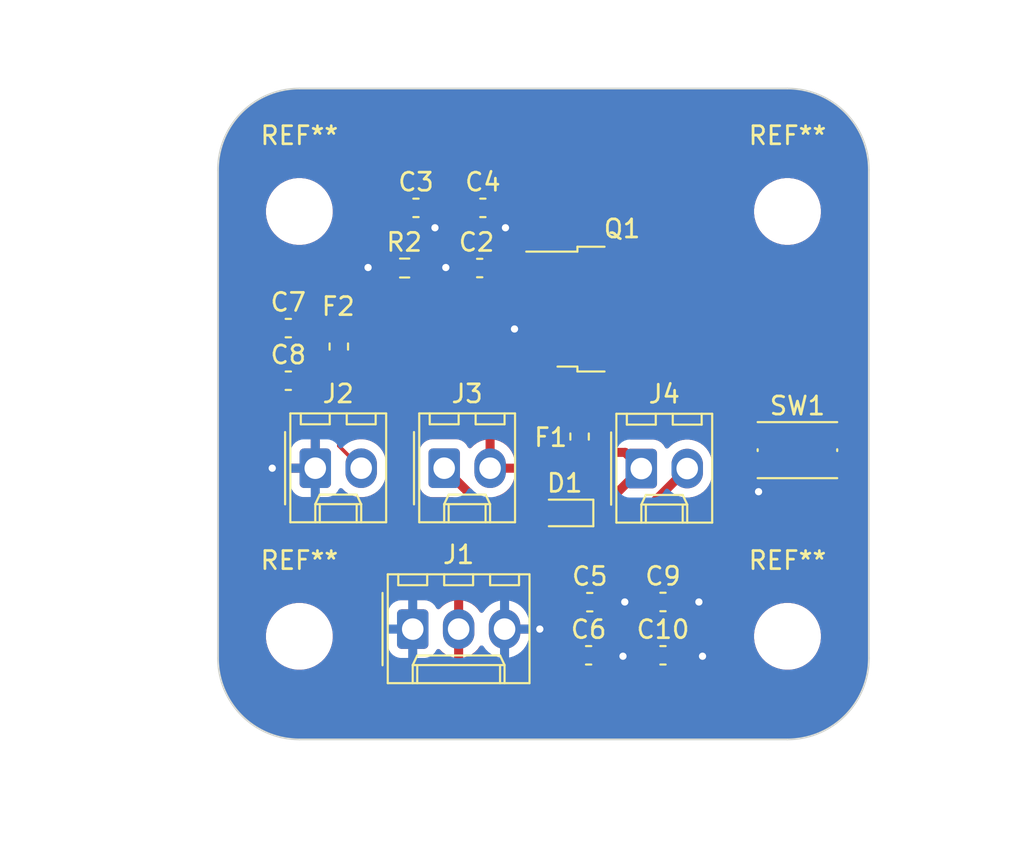
<source format=kicad_pcb>
(kicad_pcb (version 20240108) (generator "pcbnew") (generator_version "8.0")
  (title_block (title "Horns Board") (date "2025-09-18") (rev "1.0") (company "Illini Solar Car") (comment 1 "Designed By: Nathan Wang"))
  (layers (0 "F.Cu" signal) (31 "B.Cu" signal) (34 "B.Paste" user) (35 "F.Paste" user) (36 "B.SilkS" user "B.Silkscreen") (37 "F.SilkS" user "F.Silkscreen") (38 "B.Mask" user) (39 "F.Mask" user) (44 "Edge.Cuts" user))
  (net 0 "")
  (net 1 "+24V")
  (net 2 "GND")
  (net 3 "/HORN_IN")
  (net 4 "Net-(Q1-D)")
  (net 5 "Net-(F2-Pad1)")
  (net 6 "/HORN_CTRL")
  (net 7 "Net-(J3-Pin_1)")
  (footprint "Capacitor_SMD:C_0603_1608Metric_Pad1.08x0.95mm_HandSolder" (layer "F.Cu") (at 178.9125 138.4)
    (property "Reference" "C9" (at 0 -1.43 0) (layer "F.SilkS"))
    (property "Value" "10μF")
    (fp_line (start -0.146267 -0.51) (end 0.146267 -0.51) (stroke (width 0.12)) (layer "F.SilkS"))
    (fp_line (start -0.146267 0.51) (end 0.146267 0.51) (stroke (width 0.12)) (layer "F.SilkS"))
    (pad "1" smd roundrect (at -0.8625 0) (size 1.075 0.95) (layers "F.Cu" "F.Paste" "F.Mask") (net 1 "+24V"))
    (pad "2" smd roundrect (at 0.8625 0) (size 1.075 0.95) (layers "F.Cu" "F.Paste" "F.Mask") (net 2 "GND"))
  )
  (footprint "MountingHole:MountingHole_3.2mm_M3" (layer "F.Cu") (at 158.8 140.3)
    (property "Reference" "REF**" (at 0 -4.2 0) (layer "F.SilkS"))
    (property "Value" "MountingHole_3.2mm_M3")
    (pad "" np_thru_hole circle (at 0 0) (size 3.2 3.2) (drill 3.2) (layers "*.Cu" "*.Mask" "In1.Cu" "In2.Cu" "In3.Cu" "In4.Cu" "In5.Cu" "In6.Cu" "In7.Cu" "In8.Cu" "In9.Cu" "In10.Cu" "In11.Cu" "In12.Cu" "In13.Cu" "In14.Cu" "In15.Cu" "In16.Cu" "In17.Cu" "In18.Cu" "In19.Cu" "In20.Cu" "In21.Cu" "In22.Cu" "In23.Cu" "In24.Cu" "In25.Cu" "In26.Cu" "In27.Cu" "In28.Cu" "In29.Cu" "In30.Cu"))
  )
  (footprint "Capacitor_SMD:C_0603_1608Metric_Pad1.08x0.95mm_HandSolder" (layer "F.Cu") (at 165.25 116.6)
    (property "Reference" "C3" (at 0 -1.43 0) (layer "F.SilkS"))
    (property "Value" "0.1μF")
    (fp_line (start -0.146267 -0.51) (end 0.146267 -0.51) (stroke (width 0.12)) (layer "F.SilkS"))
    (fp_line (start -0.146267 0.51) (end 0.146267 0.51) (stroke (width 0.12)) (layer "F.SilkS"))
    (pad "1" smd roundrect (at -0.8625 0) (size 1.075 0.95) (layers "F.Cu" "F.Paste" "F.Mask") (net 1 "+24V"))
    (pad "2" smd roundrect (at 0.8625 0) (size 1.075 0.95) (layers "F.Cu" "F.Paste" "F.Mask") (net 2 "GND"))
  )
  (footprint "MountingHole:MountingHole_3.2mm_M3" (layer "F.Cu") (at 158.8 116.8)
    (property "Reference" "REF**" (at 0 -4.2 0) (layer "F.SilkS"))
    (property "Value" "MountingHole_3.2mm_M3")
    (pad "" np_thru_hole circle (at 0 0) (size 3.2 3.2) (drill 3.2) (layers "*.Cu" "*.Mask" "In1.Cu" "In2.Cu" "In3.Cu" "In4.Cu" "In5.Cu" "In6.Cu" "In7.Cu" "In8.Cu" "In9.Cu" "In10.Cu" "In11.Cu" "In12.Cu" "In13.Cu" "In14.Cu" "In15.Cu" "In16.Cu" "In17.Cu" "In18.Cu" "In19.Cu" "In20.Cu" "In21.Cu" "In22.Cu" "In23.Cu" "In24.Cu" "In25.Cu" "In26.Cu" "In27.Cu" "In28.Cu" "In29.Cu" "In30.Cu"))
  )
  (footprint "Capacitor_SMD:C_0603_1608Metric_Pad1.08x0.95mm_HandSolder" (layer "F.Cu") (at 174.8625 138.41)
    (property "Reference" "C5" (at 0 -1.43 0) (layer "F.SilkS"))
    (property "Value" "0.1μF")
    (fp_line (start -0.146267 -0.51) (end 0.146267 -0.51) (stroke (width 0.12)) (layer "F.SilkS"))
    (fp_line (start -0.146267 0.51) (end 0.146267 0.51) (stroke (width 0.12)) (layer "F.SilkS"))
    (pad "1" smd roundrect (at -0.8625 0) (size 1.075 0.95) (layers "F.Cu" "F.Paste" "F.Mask") (net 1 "+24V"))
    (pad "2" smd roundrect (at 0.8625 0) (size 1.075 0.95) (layers "F.Cu" "F.Paste" "F.Mask") (net 2 "GND"))
  )
  (footprint "Capacitor_SMD:C_0603_1608Metric_Pad1.08x0.95mm_HandSolder" (layer "F.Cu") (at 174.8 141.35)
    (property "Reference" "C6" (at 0 -1.43 0) (layer "F.SilkS"))
    (property "Value" "1μF")
    (fp_line (start -0.146267 -0.51) (end 0.146267 -0.51) (stroke (width 0.12)) (layer "F.SilkS"))
    (fp_line (start -0.146267 0.51) (end 0.146267 0.51) (stroke (width 0.12)) (layer "F.SilkS"))
    (pad "1" smd roundrect (at -0.8625 0) (size 1.075 0.95) (layers "F.Cu" "F.Paste" "F.Mask") (net 1 "+24V"))
    (pad "2" smd roundrect (at 0.8625 0) (size 1.075 0.95) (layers "F.Cu" "F.Paste" "F.Mask") (net 2 "GND"))
  )
  (footprint "Capacitor_SMD:C_0603_1608Metric_Pad1.08x0.95mm_HandSolder" (layer "F.Cu") (at 178.9125 141.35)
    (property "Reference" "C10" (at 0 -1.43 0) (layer "F.SilkS"))
    (property "Value" "100μF")
    (fp_line (start -0.146267 -0.51) (end 0.146267 -0.51) (stroke (width 0.12)) (layer "F.SilkS"))
    (fp_line (start -0.146267 0.51) (end 0.146267 0.51) (stroke (width 0.12)) (layer "F.SilkS"))
    (pad "1" smd roundrect (at -0.8625 0) (size 1.075 0.95) (layers "F.Cu" "F.Paste" "F.Mask") (net 1 "+24V"))
    (pad "2" smd roundrect (at 0.8625 0) (size 1.075 0.95) (layers "F.Cu" "F.Paste" "F.Mask") (net 2 "GND"))
  )
  (footprint "Fuse:Fuse_0603_1608Metric_Pad1.05x0.95mm_HandSolder" (layer "F.Cu") (at 174.3 129.25 -90)
    (property "Reference" "F1" (at 0.05 1.6 0) (layer "F.SilkS"))
    (property "Value" "2A")
    (fp_line (start -0.171267 0.51) (end 0.171267 0.51) (stroke (width 0.12)) (layer "F.SilkS"))
    (fp_line (start -0.171267 -0.51) (end 0.171267 -0.51) (stroke (width 0.12)) (layer "F.SilkS"))
    (pad "1" smd roundrect (at -0.875 0 270) (size 1.05 0.95) (layers "F.Cu" "F.Paste" "F.Mask") (net 4 "Net-(Q1-D)"))
    (pad "2" smd roundrect (at 0.875 0 270) (size 1.05 0.95) (layers "F.Cu" "F.Paste" "F.Mask") (net 3 "/HORN_IN"))
  )
  (footprint "Connector_Molex:Molex_KK-254_AE-6410-03A_1x03_P2.54mm_Vertical" (layer "F.Cu") (at 165.07 139.9)
    (property "Reference" "J1" (at 2.54 -4.12 0) (layer "F.SilkS"))
    (property "Value" "Conn_01x03")
    (fp_line (start -1.67 -2) (end -1.67 2) (stroke (width 0.12)) (layer "F.SilkS"))
    (fp_line (start -1.38 -3.03) (end -1.38 2.99) (stroke (width 0.12)) (layer "F.SilkS"))
    (fp_line (start -1.38 2.99) (end 6.46 2.99) (stroke (width 0.12)) (layer "F.SilkS"))
    (fp_line (start -0.8 -3.03) (end -0.8 -2.43) (stroke (width 0.12)) (layer "F.SilkS"))
    (fp_line (start -0.8 -2.43) (end 0.8 -2.43) (stroke (width 0.12)) (layer "F.SilkS"))
    (fp_line (start 0 1.99) (end 0.25 1.46) (stroke (width 0.12)) (layer "F.SilkS"))
    (fp_line (start 0 1.99) (end 5.08 1.99) (stroke (width 0.12)) (layer "F.SilkS"))
    (fp_line (start 0 2.99) (end 0 1.99) (stroke (width 0.12)) (layer "F.SilkS"))
    (fp_line (start 0.25 1.46) (end 4.83 1.46) (stroke (width 0.12)) (layer "F.SilkS"))
    (fp_line (start 0.25 2.99) (end 0.25 1.99) (stroke (width 0.12)) (layer "F.SilkS"))
    (fp_line (start 0.8 -2.43) (end 0.8 -3.03) (stroke (width 0.12)) (layer "F.SilkS"))
    (fp_line (start 1.74 -3.03) (end 1.74 -2.43) (stroke (width 0.12)) (layer "F.SilkS"))
    (fp_line (start 1.74 -2.43) (end 3.34 -2.43) (stroke (width 0.12)) (layer "F.SilkS"))
    (fp_line (start 3.34 -2.43) (end 3.34 -3.03) (stroke (width 0.12)) (layer "F.SilkS"))
    (fp_line (start 4.28 -3.03) (end 4.28 -2.43) (stroke (width 0.12)) (layer "F.SilkS"))
    (fp_line (start 4.28 -2.43) (end 5.88 -2.43) (stroke (width 0.12)) (layer "F.SilkS"))
    (fp_line (start 4.83 1.46) (end 5.08 1.99) (stroke (width 0.12)) (layer "F.SilkS"))
    (fp_line (start 4.83 2.99) (end 4.83 1.99) (stroke (width 0.12)) (layer "F.SilkS"))
    (fp_line (start 5.08 1.99) (end 5.08 2.99) (stroke (width 0.12)) (layer "F.SilkS"))
    (fp_line (start 5.88 -2.43) (end 5.88 -3.03) (stroke (width 0.12)) (layer "F.SilkS"))
    (fp_line (start 6.46 -3.03) (end -1.38 -3.03) (stroke (width 0.12)) (layer "F.SilkS"))
    (fp_line (start 6.46 2.99) (end 6.46 -3.03) (stroke (width 0.12)) (layer "F.SilkS"))
    (pad "1" thru_hole roundrect (at 0 0) (size 1.74 2.19) (drill 1.19) (layers "*.Cu" "*.Mask" "In1.Cu" "In2.Cu" "In3.Cu" "In4.Cu" "In5.Cu" "In6.Cu" "In7.Cu" "In8.Cu" "In9.Cu" "In10.Cu" "In11.Cu" "In12.Cu" "In13.Cu" "In14.Cu" "In15.Cu" "In16.Cu" "In17.Cu" "In18.Cu" "In19.Cu" "In20.Cu" "In21.Cu" "In22.Cu" "In23.Cu" "In24.Cu" "In25.Cu" "In26.Cu" "In27.Cu" "In28.Cu" "In29.Cu" "In30.Cu") (roundrect_rratio 0.143678) (net 2 "GND"))
    (pad "2" thru_hole oval (at 2.54 0) (size 1.74 2.19) (drill 1.19) (layers "*.Cu" "*.Mask" "In1.Cu" "In2.Cu" "In3.Cu" "In4.Cu" "In5.Cu" "In6.Cu" "In7.Cu" "In8.Cu" "In9.Cu" "In10.Cu" "In11.Cu" "In12.Cu" "In13.Cu" "In14.Cu" "In15.Cu" "In16.Cu" "In17.Cu" "In18.Cu" "In19.Cu" "In20.Cu" "In21.Cu" "In22.Cu" "In23.Cu" "In24.Cu" "In25.Cu" "In26.Cu" "In27.Cu" "In28.Cu" "In29.Cu" "In30.Cu") (net 1 "+24V"))
    (pad "3" thru_hole oval (at 5.08 0) (size 1.74 2.19) (drill 1.19) (layers "*.Cu" "*.Mask" "In1.Cu" "In2.Cu" "In3.Cu" "In4.Cu" "In5.Cu" "In6.Cu" "In7.Cu" "In8.Cu" "In9.Cu" "In10.Cu" "In11.Cu" "In12.Cu" "In13.Cu" "In14.Cu" "In15.Cu" "In16.Cu" "In17.Cu" "In18.Cu" "In19.Cu" "In20.Cu" "In21.Cu" "In22.Cu" "In23.Cu" "In24.Cu" "In25.Cu" "In26.Cu" "In27.Cu" "In28.Cu" "In29.Cu" "In30.Cu") (net 2 "GND"))
  )
  (footprint "Connector_Molex:Molex_KK-254_AE-6410-02A_1x02_P2.54mm_Vertical" (layer "F.Cu") (at 159.68 131)
    (property "Reference" "J2" (at 1.27 -4.12 0) (layer "F.SilkS"))
    (property "Value" "Conn_01x02")
    (fp_line (start -1.67 -2) (end -1.67 2) (stroke (width 0.12)) (layer "F.SilkS"))
    (fp_line (start -1.38 -3.03) (end -1.38 2.99) (stroke (width 0.12)) (layer "F.SilkS"))
    (fp_line (start -1.38 2.99) (end 3.92 2.99) (stroke (width 0.12)) (layer "F.SilkS"))
    (fp_line (start -0.8 -3.03) (end -0.8 -2.43) (stroke (width 0.12)) (layer "F.SilkS"))
    (fp_line (start -0.8 -2.43) (end 0.8 -2.43) (stroke (width 0.12)) (layer "F.SilkS"))
    (fp_line (start 0 1.99) (end 0.25 1.46) (stroke (width 0.12)) (layer "F.SilkS"))
    (fp_line (start 0 1.99) (end 2.54 1.99) (stroke (width 0.12)) (layer "F.SilkS"))
    (fp_line (start 0 2.99) (end 0 1.99) (stroke (width 0.12)) (layer "F.SilkS"))
    (fp_line (start 0.25 1.46) (end 2.29 1.46) (stroke (width 0.12)) (layer "F.SilkS"))
    (fp_line (start 0.25 2.99) (end 0.25 1.99) (stroke (width 0.12)) (layer "F.SilkS"))
    (fp_line (start 0.8 -2.43) (end 0.8 -3.03) (stroke (width 0.12)) (layer "F.SilkS"))
    (fp_line (start 1.74 -3.03) (end 1.74 -2.43) (stroke (width 0.12)) (layer "F.SilkS"))
    (fp_line (start 1.74 -2.43) (end 3.34 -2.43) (stroke (width 0.12)) (layer "F.SilkS"))
    (fp_line (start 2.29 1.46) (end 2.54 1.99) (stroke (width 0.12)) (layer "F.SilkS"))
    (fp_line (start 2.29 2.99) (end 2.29 1.99) (stroke (width 0.12)) (layer "F.SilkS"))
    (fp_line (start 2.54 1.99) (end 2.54 2.99) (stroke (width 0.12)) (layer "F.SilkS"))
    (fp_line (start 3.34 -2.43) (end 3.34 -3.03) (stroke (width 0.12)) (layer "F.SilkS"))
    (fp_line (start 3.92 -3.03) (end -1.38 -3.03) (stroke (width 0.12)) (layer "F.SilkS"))
    (fp_line (start 3.92 2.99) (end 3.92 -3.03) (stroke (width 0.12)) (layer "F.SilkS"))
    (pad "1" thru_hole roundrect (at 0 0) (size 1.74 2.19) (drill 1.19) (layers "*.Cu" "*.Mask" "In1.Cu" "In2.Cu" "In3.Cu" "In4.Cu" "In5.Cu" "In6.Cu" "In7.Cu" "In8.Cu" "In9.Cu" "In10.Cu" "In11.Cu" "In12.Cu" "In13.Cu" "In14.Cu" "In15.Cu" "In16.Cu" "In17.Cu" "In18.Cu" "In19.Cu" "In20.Cu" "In21.Cu" "In22.Cu" "In23.Cu" "In24.Cu" "In25.Cu" "In26.Cu" "In27.Cu" "In28.Cu" "In29.Cu" "In30.Cu") (roundrect_rratio 0.143678) (net 2 "GND"))
    (pad "2" thru_hole oval (at 2.54 0) (size 1.74 2.19) (drill 1.19) (layers "*.Cu" "*.Mask" "In1.Cu" "In2.Cu" "In3.Cu" "In4.Cu" "In5.Cu" "In6.Cu" "In7.Cu" "In8.Cu" "In9.Cu" "In10.Cu" "In11.Cu" "In12.Cu" "In13.Cu" "In14.Cu" "In15.Cu" "In16.Cu" "In17.Cu" "In18.Cu" "In19.Cu" "In20.Cu" "In21.Cu" "In22.Cu" "In23.Cu" "In24.Cu" "In25.Cu" "In26.Cu" "In27.Cu" "In28.Cu" "In29.Cu" "In30.Cu") (net 6 "/HORN_CTRL"))
  )
  (footprint "Connector_Molex:Molex_KK-254_AE-6410-02A_1x02_P2.54mm_Vertical" (layer "F.Cu") (at 166.81 131)
    (property "Reference" "J3" (at 1.27 -4.12 0) (layer "F.SilkS"))
    (property "Value" "Conn_01x02")
    (fp_line (start -1.67 -2) (end -1.67 2) (stroke (width 0.12)) (layer "F.SilkS"))
    (fp_line (start -1.38 -3.03) (end -1.38 2.99) (stroke (width 0.12)) (layer "F.SilkS"))
    (fp_line (start -1.38 2.99) (end 3.92 2.99) (stroke (width 0.12)) (layer "F.SilkS"))
    (fp_line (start -0.8 -3.03) (end -0.8 -2.43) (stroke (width 0.12)) (layer "F.SilkS"))
    (fp_line (start -0.8 -2.43) (end 0.8 -2.43) (stroke (width 0.12)) (layer "F.SilkS"))
    (fp_line (start 0 1.99) (end 0.25 1.46) (stroke (width 0.12)) (layer "F.SilkS"))
    (fp_line (start 0 1.99) (end 2.54 1.99) (stroke (width 0.12)) (layer "F.SilkS"))
    (fp_line (start 0 2.99) (end 0 1.99) (stroke (width 0.12)) (layer "F.SilkS"))
    (fp_line (start 0.25 1.46) (end 2.29 1.46) (stroke (width 0.12)) (layer "F.SilkS"))
    (fp_line (start 0.25 2.99) (end 0.25 1.99) (stroke (width 0.12)) (layer "F.SilkS"))
    (fp_line (start 0.8 -2.43) (end 0.8 -3.03) (stroke (width 0.12)) (layer "F.SilkS"))
    (fp_line (start 1.74 -3.03) (end 1.74 -2.43) (stroke (width 0.12)) (layer "F.SilkS"))
    (fp_line (start 1.74 -2.43) (end 3.34 -2.43) (stroke (width 0.12)) (layer "F.SilkS"))
    (fp_line (start 2.29 1.46) (end 2.54 1.99) (stroke (width 0.12)) (layer "F.SilkS"))
    (fp_line (start 2.29 2.99) (end 2.29 1.99) (stroke (width 0.12)) (layer "F.SilkS"))
    (fp_line (start 2.54 1.99) (end 2.54 2.99) (stroke (width 0.12)) (layer "F.SilkS"))
    (fp_line (start 3.34 -2.43) (end 3.34 -3.03) (stroke (width 0.12)) (layer "F.SilkS"))
    (fp_line (start 3.92 -3.03) (end -1.38 -3.03) (stroke (width 0.12)) (layer "F.SilkS"))
    (fp_line (start 3.92 2.99) (end 3.92 -3.03) (stroke (width 0.12)) (layer "F.SilkS"))
    (pad "1" thru_hole roundrect (at 0 0) (size 1.74 2.19) (drill 1.19) (layers "*.Cu" "*.Mask" "In1.Cu" "In2.Cu" "In3.Cu" "In4.Cu" "In5.Cu" "In6.Cu" "In7.Cu" "In8.Cu" "In9.Cu" "In10.Cu" "In11.Cu" "In12.Cu" "In13.Cu" "In14.Cu" "In15.Cu" "In16.Cu" "In17.Cu" "In18.Cu" "In19.Cu" "In20.Cu" "In21.Cu" "In22.Cu" "In23.Cu" "In24.Cu" "In25.Cu" "In26.Cu" "In27.Cu" "In28.Cu" "In29.Cu" "In30.Cu") (roundrect_rratio 0.143678) (net 7 "Net-(J3-Pin_1)"))
    (pad "2" thru_hole oval (at 2.54 0) (size 1.74 2.19) (drill 1.19) (layers "*.Cu" "*.Mask" "In1.Cu" "In2.Cu" "In3.Cu" "In4.Cu" "In5.Cu" "In6.Cu" "In7.Cu" "In8.Cu" "In9.Cu" "In10.Cu" "In11.Cu" "In12.Cu" "In13.Cu" "In14.Cu" "In15.Cu" "In16.Cu" "In17.Cu" "In18.Cu" "In19.Cu" "In20.Cu" "In21.Cu" "In22.Cu" "In23.Cu" "In24.Cu" "In25.Cu" "In26.Cu" "In27.Cu" "In28.Cu" "In29.Cu" "In30.Cu") (net 1 "+24V"))
  )
  (footprint "MountingHole:MountingHole_3.2mm_M3" (layer "F.Cu") (at 185.8 140.3)
    (property "Reference" "REF**" (at 0 -4.2 0) (layer "F.SilkS"))
    (property "Value" "MountingHole_3.2mm_M3")
    (pad "" np_thru_hole circle (at 0 0) (size 3.2 3.2) (drill 3.2) (layers "*.Cu" "*.Mask" "In1.Cu" "In2.Cu" "In3.Cu" "In4.Cu" "In5.Cu" "In6.Cu" "In7.Cu" "In8.Cu" "In9.Cu" "In10.Cu" "In11.Cu" "In12.Cu" "In13.Cu" "In14.Cu" "In15.Cu" "In16.Cu" "In17.Cu" "In18.Cu" "In19.Cu" "In20.Cu" "In21.Cu" "In22.Cu" "In23.Cu" "In24.Cu" "In25.Cu" "In26.Cu" "In27.Cu" "In28.Cu" "In29.Cu" "In30.Cu"))
  )
  (footprint "Capacitor_SMD:C_0603_1608Metric_Pad1.08x0.95mm_HandSolder" (layer "F.Cu") (at 158.1875 123.25)
    (property "Reference" "C7" (at 0 -1.43 0) (layer "F.SilkS"))
    (property "Value" "1μF")
    (fp_line (start -0.146267 -0.51) (end 0.146267 -0.51) (stroke (width 0.12)) (layer "F.SilkS"))
    (fp_line (start -0.146267 0.51) (end 0.146267 0.51) (stroke (width 0.12)) (layer "F.SilkS"))
    (pad "1" smd roundrect (at -0.8625 0) (size 1.075 0.95) (layers "F.Cu" "F.Paste" "F.Mask") (net 1 "+24V"))
    (pad "2" smd roundrect (at 0.8625 0) (size 1.075 0.95) (layers "F.Cu" "F.Paste" "F.Mask") (net 2 "GND"))
  )
  (footprint "Capacitor_SMD:C_0603_1608Metric_Pad1.08x0.95mm_HandSolder" (layer "F.Cu") (at 158.1875 126.16)
    (property "Reference" "C8" (at 0 -1.43 0) (layer "F.SilkS"))
    (property "Value" "10μF")
    (fp_line (start -0.146267 -0.51) (end 0.146267 -0.51) (stroke (width 0.12)) (layer "F.SilkS"))
    (fp_line (start -0.146267 0.51) (end 0.146267 0.51) (stroke (width 0.12)) (layer "F.SilkS"))
    (pad "1" smd roundrect (at -0.8625 0) (size 1.075 0.95) (layers "F.Cu" "F.Paste" "F.Mask") (net 1 "+24V"))
    (pad "2" smd roundrect (at 0.8625 0) (size 1.075 0.95) (layers "F.Cu" "F.Paste" "F.Mask") (net 2 "GND"))
  )
  (footprint "Diode_SMD:D_0603_1608Metric_Pad1.05x0.95mm_HandSolder" (layer "F.Cu") (at 173.4 133.475 180)
    (property "Reference" "D1" (at -0.075 1.65 0) (layer "F.SilkS"))
    (property "Value" "D")
    (fp_line (start 0.8 -0.735) (end -1.66 -0.735) (stroke (width 0.12)) (layer "F.SilkS"))
    (fp_line (start -1.66 0.735) (end 0.8 0.735) (stroke (width 0.12)) (layer "F.SilkS"))
    (fp_line (start -1.66 -0.735) (end -1.66 0.735) (stroke (width 0.12)) (layer "F.SilkS"))
    (pad "1" smd roundrect (at -0.875 0 180) (size 1.05 0.95) (layers "F.Cu" "F.Paste" "F.Mask") (net 3 "/HORN_IN"))
    (pad "2" smd roundrect (at 0.875 0 180) (size 1.05 0.95) (layers "F.Cu" "F.Paste" "F.Mask") (net 1 "+24V"))
  )
  (footprint "Resistor_SMD:R_0603_1608Metric_Pad0.98x0.95mm_HandSolder" (layer "F.Cu") (at 164.624 119.928 180)
    (property "Reference" "R2" (at 0.024 1.428 0) (layer "F.SilkS"))
    (property "Value" "1kΩ")
    (fp_line (start -0.254724 0.5225) (end 0.254724 0.5225) (stroke (width 0.12)) (layer "F.SilkS"))
    (fp_line (start -0.254724 -0.5225) (end 0.254724 -0.5225) (stroke (width 0.12)) (layer "F.SilkS"))
    (pad "1" smd roundrect (at -0.9125 0 180) (size 0.975 0.95) (layers "F.Cu" "F.Paste" "F.Mask") (net 6 "/HORN_CTRL"))
    (pad "2" smd roundrect (at 0.9125 0 180) (size 0.975 0.95) (layers "F.Cu" "F.Paste" "F.Mask") (net 2 "GND"))
  )
  (footprint "Button_Switch_SMD:SW_Push_1P1T_NO_CK_KMR2" (layer "F.Cu") (at 186.35 130)
    (property "Reference" "SW1" (at 0 -2.45 0) (layer "F.SilkS"))
    (property "Value" "SW_Push")
    (fp_line (start -2.2 0.05) (end -2.2 -0.05) (stroke (width 0.12)) (layer "F.SilkS"))
    (fp_line (start -2.2 1.55) (end 2.2 1.55) (stroke (width 0.12)) (layer "F.SilkS"))
    (fp_line (start 2.2 -1.55) (end -2.2 -1.55) (stroke (width 0.12)) (layer "F.SilkS"))
    (fp_line (start 2.2 0.05) (end 2.2 -0.05) (stroke (width 0.12)) (layer "F.SilkS"))
    (pad "1" smd rect (at -2.05 -0.8) (size 0.9 1) (layers "F.Cu" "F.Paste" "F.Mask") (net 4 "Net-(Q1-D)"))
    (pad "1" smd rect (at 2.05 -0.8) (size 0.9 1) (layers "F.Cu" "F.Paste" "F.Mask") (net 4 "Net-(Q1-D)"))
    (pad "2" smd rect (at -2.05 0.8) (size 0.9 1) (layers "F.Cu" "F.Paste" "F.Mask") (net 2 "GND"))
    (pad "2" smd rect (at 2.05 0.8) (size 0.9 1) (layers "F.Cu" "F.Paste" "F.Mask") (net 2 "GND"))
  )
  (footprint "Fuse:Fuse_0603_1608Metric_Pad1.05x0.95mm_HandSolder" (layer "F.Cu") (at 160.982 124.27 -90)
    (property "Reference" "F2" (at -2.22 0.032 0) (layer "F.SilkS"))
    (property "Value" "2A")
    (fp_line (start -0.171267 0.51) (end 0.171267 0.51) (stroke (width 0.12)) (layer "F.SilkS"))
    (fp_line (start -0.171267 -0.51) (end 0.171267 -0.51) (stroke (width 0.12)) (layer "F.SilkS"))
    (pad "1" smd roundrect (at -0.875 0 270) (size 1.05 0.95) (layers "F.Cu" "F.Paste" "F.Mask") (net 5 "Net-(F2-Pad1)"))
    (pad "2" smd roundrect (at 0.875 0 270) (size 1.05 0.95) (layers "F.Cu" "F.Paste" "F.Mask") (net 6 "/HORN_CTRL"))
  )
  (footprint "Capacitor_SMD:C_0603_1608Metric_Pad1.08x0.95mm_HandSolder" (layer "F.Cu") (at 168.95 116.6)
    (property "Reference" "C4" (at 0 -1.43 0) (layer "F.SilkS"))
    (property "Value" "0.1μF")
    (fp_line (start -0.146267 -0.51) (end 0.146267 -0.51) (stroke (width 0.12)) (layer "F.SilkS"))
    (fp_line (start -0.146267 0.51) (end 0.146267 0.51) (stroke (width 0.12)) (layer "F.SilkS"))
    (pad "1" smd roundrect (at -0.8625 0) (size 1.075 0.95) (layers "F.Cu" "F.Paste" "F.Mask") (net 1 "+24V"))
    (pad "2" smd roundrect (at 0.8625 0) (size 1.075 0.95) (layers "F.Cu" "F.Paste" "F.Mask") (net 2 "GND"))
  )
  (footprint "layout:TO-252-2" (layer "F.Cu") (at 176.65 122.2)
    (property "Reference" "Q1" (at 0 -4.445 0) (layer "F.SilkS"))
    (property "Value" "Q_NMOS_GDS")
    (fp_line (start -2.47 -3.45) (end -2.47 -3.18) (stroke (width 0.12)) (layer "F.SilkS"))
    (fp_line (start -2.47 -3.18) (end -5.3 -3.18) (stroke (width 0.12)) (layer "F.SilkS"))
    (fp_line (start -2.47 3.18) (end -3.57 3.18) (stroke (width 0.12)) (layer "F.SilkS"))
    (fp_line (start -2.47 3.45) (end -2.47 3.18) (stroke (width 0.12)) (layer "F.SilkS"))
    (fp_line (start -0.97 -3.45) (end -2.47 -3.45) (stroke (width 0.12)) (layer "F.SilkS"))
    (fp_line (start -0.97 3.45) (end -2.47 3.45) (stroke (width 0.12)) (layer "F.SilkS"))
    (pad "1" smd rect (at -4.2 -2.28) (size 2.2 1.2) (layers "F.Cu" "F.Paste" "F.Mask") (net 6 "/HORN_CTRL"))
    (pad "2" smd rect (at 2.1 0) (size 6.4 5.8) (layers "F.Cu" "F.Mask") (net 4 "Net-(Q1-D)"))
    (pad "3" smd rect (at -4.2 2.28) (size 2.2 1.2) (layers "F.Cu" "F.Paste" "F.Mask") (net 2 "GND"))
  )
  (footprint "MountingHole:MountingHole_3.2mm_M3" (layer "F.Cu") (at 185.8 116.8)
    (property "Reference" "REF**" (at 0 -4.2 0) (layer "F.SilkS"))
    (property "Value" "MountingHole_3.2mm_M3")
    (pad "" np_thru_hole circle (at 0 0) (size 3.2 3.2) (drill 3.2) (layers "*.Cu" "*.Mask" "In1.Cu" "In2.Cu" "In3.Cu" "In4.Cu" "In5.Cu" "In6.Cu" "In7.Cu" "In8.Cu" "In9.Cu" "In10.Cu" "In11.Cu" "In12.Cu" "In13.Cu" "In14.Cu" "In15.Cu" "In16.Cu" "In17.Cu" "In18.Cu" "In19.Cu" "In20.Cu" "In21.Cu" "In22.Cu" "In23.Cu" "In24.Cu" "In25.Cu" "In26.Cu" "In27.Cu" "In28.Cu" "In29.Cu" "In30.Cu"))
  )
  (footprint "Capacitor_SMD:C_0603_1608Metric_Pad1.08x0.95mm_HandSolder" (layer "F.Cu") (at 168.774 119.928 180)
    (property "Reference" "C2" (at 0.174 1.428 0) (layer "F.SilkS"))
    (property "Value" "0.1μF")
    (fp_line (start -0.146267 0.51) (end 0.146267 0.51) (stroke (width 0.12)) (layer "F.SilkS"))
    (fp_line (start -0.146267 -0.51) (end 0.146267 -0.51) (stroke (width 0.12)) (layer "F.SilkS"))
    (pad "1" smd roundrect (at -0.8625 0 180) (size 1.075 0.95) (layers "F.Cu" "F.Paste" "F.Mask") (net 6 "/HORN_CTRL"))
    (pad "2" smd roundrect (at 0.8625 0 180) (size 1.075 0.95) (layers "F.Cu" "F.Paste" "F.Mask") (net 2 "GND"))
  )
  (footprint "Connector_Molex:Molex_KK-254_AE-6410-02A_1x02_P2.54mm_Vertical" (layer "F.Cu") (at 177.714 131.02)
    (property "Reference" "J4" (at 1.27 -4.12 0) (layer "F.SilkS"))
    (property "Value" "Conn_01x02")
    (fp_line (start -1.67 -2) (end -1.67 2) (stroke (width 0.12)) (layer "F.SilkS"))
    (fp_line (start -1.38 -3.03) (end -1.38 2.99) (stroke (width 0.12)) (layer "F.SilkS"))
    (fp_line (start -1.38 2.99) (end 3.92 2.99) (stroke (width 0.12)) (layer "F.SilkS"))
    (fp_line (start -0.8 -3.03) (end -0.8 -2.43) (stroke (width 0.12)) (layer "F.SilkS"))
    (fp_line (start -0.8 -2.43) (end 0.8 -2.43) (stroke (width 0.12)) (layer "F.SilkS"))
    (fp_line (start 0 1.99) (end 0.25 1.46) (stroke (width 0.12)) (layer "F.SilkS"))
    (fp_line (start 0 1.99) (end 2.54 1.99) (stroke (width 0.12)) (layer "F.SilkS"))
    (fp_line (start 0 2.99) (end 0 1.99) (stroke (width 0.12)) (layer "F.SilkS"))
    (fp_line (start 0.25 1.46) (end 2.29 1.46) (stroke (width 0.12)) (layer "F.SilkS"))
    (fp_line (start 0.25 2.99) (end 0.25 1.99) (stroke (width 0.12)) (layer "F.SilkS"))
    (fp_line (start 0.8 -2.43) (end 0.8 -3.03) (stroke (width 0.12)) (layer "F.SilkS"))
    (fp_line (start 1.74 -3.03) (end 1.74 -2.43) (stroke (width 0.12)) (layer "F.SilkS"))
    (fp_line (start 1.74 -2.43) (end 3.34 -2.43) (stroke (width 0.12)) (layer "F.SilkS"))
    (fp_line (start 2.29 1.46) (end 2.54 1.99) (stroke (width 0.12)) (layer "F.SilkS"))
    (fp_line (start 2.29 2.99) (end 2.29 1.99) (stroke (width 0.12)) (layer "F.SilkS"))
    (fp_line (start 2.54 1.99) (end 2.54 2.99) (stroke (width 0.12)) (layer "F.SilkS"))
    (fp_line (start 3.34 -2.43) (end 3.34 -3.03) (stroke (width 0.12)) (layer "F.SilkS"))
    (fp_line (start 3.92 -3.03) (end -1.38 -3.03) (stroke (width 0.12)) (layer "F.SilkS"))
    (fp_line (start 3.92 2.99) (end 3.92 -3.03) (stroke (width 0.12)) (layer "F.SilkS"))
    (pad "1" thru_hole roundrect (at 0 0) (size 1.74 2.19) (drill 1.19) (layers "*.Cu" "*.Mask" "In1.Cu" "In2.Cu" "In3.Cu" "In4.Cu" "In5.Cu" "In6.Cu" "In7.Cu" "In8.Cu" "In9.Cu" "In10.Cu" "In11.Cu" "In12.Cu" "In13.Cu" "In14.Cu" "In15.Cu" "In16.Cu" "In17.Cu" "In18.Cu" "In19.Cu" "In20.Cu" "In21.Cu" "In22.Cu" "In23.Cu" "In24.Cu" "In25.Cu" "In26.Cu" "In27.Cu" "In28.Cu" "In29.Cu" "In30.Cu") (roundrect_rratio 0.143678) (net 3 "/HORN_IN"))
    (pad "2" thru_hole oval (at 2.54 0) (size 1.74 2.19) (drill 1.19) (layers "*.Cu" "*.Mask" "In1.Cu" "In2.Cu" "In3.Cu" "In4.Cu" "In5.Cu" "In6.Cu" "In7.Cu" "In8.Cu" "In9.Cu" "In10.Cu" "In11.Cu" "In12.Cu" "In13.Cu" "In14.Cu" "In15.Cu" "In16.Cu" "In17.Cu" "In18.Cu" "In19.Cu" "In20.Cu" "In21.Cu" "In22.Cu" "In23.Cu" "In24.Cu" "In25.Cu" "In26.Cu" "In27.Cu" "In28.Cu" "In29.Cu" "In30.Cu") (net 7 "Net-(J3-Pin_1)"))
  )
  (gr_arc (start 185.8 110) (mid 188.981981 111.318019) (end 190.3 114.5) (stroke (width 0.1)) (layer "Edge.Cuts"))
  (gr_arc (start 154.3 114.5) (mid 155.618019 111.318019) (end 158.8 110) (stroke (width 0.1)) (layer "Edge.Cuts"))
  (gr_line (start 158.8 146) (end 185.8 146) (stroke (width 0.1)) (layer "Edge.Cuts"))
  (gr_arc (start 158.8 146) (mid 155.618019 144.681981) (end 154.3 141.5) (stroke (width 0.1)) (layer "Edge.Cuts"))
  (gr_line (start 190.3 141.5) (end 190.3 114.5) (stroke (width 0.1)) (layer "Edge.Cuts"))
  (gr_line (start 158.8 110) (end 185.8 110) (stroke (width 0.1)) (layer "Edge.Cuts"))
  (gr_line (start 154.3 114.5) (end 154.3 141.5) (stroke (width 0.1)) (layer "Edge.Cuts"))
  (gr_arc (start 190.3 141.5) (mid 188.981981 144.681981) (end 185.8 146) (stroke (width 0.1)) (layer "Edge.Cuts"))
  (segment (start 162.628 119.928) (end 162.6 119.9) (width 0.2) (layer "F.Cu") (net 2))
  (segment (start 170.15 139.9) (end 172.1 139.9) (width 0.5) (layer "F.Cu") (net 2))
  (segment (start 175.725 138.41) (end 176.79 138.41) (width 0.5) (layer "F.Cu") (net 2))
  (segment (start 184.3 130.8) (end 184.3 132.2) (width 0.25) (layer "F.Cu") (net 2))
  (segment (start 167.9115 119.928) (end 166.928 119.928) (width 0.2) (layer "F.Cu") (net 2))
  (segment (start 166.1125 116.6) (end 166.1125 117.5125) (width 0.5) (layer "F.Cu") (net 2))
  (segment (start 179.775 141.35) (end 181.05 141.35) (width 0.5) (layer "F.Cu") (net 2))
  (segment (start 169.8125 117.3125) (end 170.2 117.7) (width 0.5) (layer "F.Cu") (net 2))
  (segment (start 166.928 119.928) (end 166.9 119.9) (width 0.2) (layer "F.Cu") (net 2))
  (segment (start 175.6625 141.35) (end 176.65 141.35) (width 0.5) (layer "F.Cu") (net 2))
  (segment (start 181.05 141.35) (end 181.1 141.4) (width 0.5) (layer "F.Cu") (net 2))
  (segment (start 163.7115 119.928) (end 162.628 119.928) (width 0.2) (layer "F.Cu") (net 2))
  (segment (start 176.65 141.35) (end 176.7 141.4) (width 0.5) (layer "F.Cu") (net 2))
  (segment (start 159.68 131) (end 157.3 131) (width 0.5) (layer "F.Cu") (net 2))
  (segment (start 184.3 130.8) (end 188.4 130.8) (width 0.25) (layer "F.Cu") (net 2))
  (segment (start 159.68 131) (end 159.68 126.79) (width 0.5) (layer "F.Cu") (net 2))
  (segment (start 159.05 126.16) (end 159.05 123.25) (width 0.5) (layer "F.Cu") (net 2))
  (segment (start 176.79 138.41) (end 176.8 138.4) (width 0.5) (layer "F.Cu") (net 2))
  (segment (start 166.1125 117.5125) (end 166.3 117.7) (width 0.5) (layer "F.Cu") (net 2))
  (segment (start 171.88 124.48) (end 170.7 123.3) (width 0.2) (layer "F.Cu") (net 2))
  (segment (start 169.8125 116.6) (end 169.8125 117.3125) (width 0.5) (layer "F.Cu") (net 2))
  (segment (start 172.45 124.48) (end 171.88 124.48) (width 0.2) (layer "F.Cu") (net 2))
  (segment (start 167.813 119.914) (end 167.76 119.914) (width 0.3) (layer "F.Cu") (net 2))
  (segment (start 159.68 126.79) (end 159.05 126.16) (width 0.5) (layer "F.Cu") (net 2))
  (segment (start 184.3 132.2) (end 184.2 132.3) (width 0.25) (layer "F.Cu") (net 2))
  (segment (start 179.775 138.4) (end 180.9 138.4) (width 0.5) (layer "F.Cu") (net 2))
  (via (at 176.8 138.4) (size 0.8) (drill 0.4) (layers "F.Cu" "B.Cu") (net 2))
  (via (at 181.1 141.4) (size 0.8) (drill 0.4) (layers "F.Cu" "B.Cu") (net 2))
  (via (at 157.3 131) (size 0.8) (drill 0.4) (layers "F.Cu" "B.Cu") (net 2))
  (via (at 170.2 117.7) (size 0.8) (drill 0.4) (layers "F.Cu" "B.Cu") (net 2))
  (via (at 184.2 132.3) (size 0.8) (drill 0.4) (layers "F.Cu" "B.Cu") (net 2))
  (via (at 162.6 119.9) (size 0.8) (drill 0.4) (layers "F.Cu" "B.Cu") (net 2))
  (via (at 166.3 117.7) (size 0.8) (drill 0.4) (layers "F.Cu" "B.Cu") (net 2))
  (via (at 170.7 123.3) (size 0.8) (drill 0.4) (layers "F.Cu" "B.Cu") (net 2))
  (via (at 172.1 139.9) (size 0.8) (drill 0.4) (layers "F.Cu" "B.Cu") (net 2))
  (via (at 166.9 119.9) (size 0.8) (drill 0.4) (layers "F.Cu" "B.Cu") (net 2))
  (via (at 176.7 141.4) (size 0.8) (drill 0.4) (layers "F.Cu" "B.Cu") (net 2))
  (via (at 180.9 138.4) (size 0.8) (drill 0.4) (layers "F.Cu" "B.Cu") (net 2))
  (segment (start 175.259 133.475) (end 177.714 131.02) (width 0.5) (layer "F.Cu") (net 3))
  (segment (start 174.275 133.475) (end 175.259 133.475) (width 0.5) (layer "F.Cu") (net 3))
  (segment (start 176.819 130.125) (end 177.714 131.02) (width 0.5) (layer "F.Cu") (net 3))
  (segment (start 174.3 130.125) (end 176.819 130.125) (width 0.5) (layer "F.Cu") (net 3))
  (segment (start 178.75 122.2) (end 178.75 122.25) (width 0.5) (layer "F.Cu") (net 4))
  (segment (start 178.75 122.2) (end 174.3 126.65) (width 0.5) (layer "F.Cu") (net 4))
  (segment (start 184.3 127.8) (end 184.3 129.2) (width 0.5) (layer "F.Cu") (net 4))
  (segment (start 178.75 122.25) (end 184.3 127.8) (width 0.5) (layer "F.Cu") (net 4))
  (segment (start 174.3 126.65) (end 174.3 128.375) (width 0.5) (layer "F.Cu") (net 4))
  (segment (start 188.4 129.2) (end 184.3 129.2) (width 0.25) (layer "F.Cu") (net 4))
  (segment (start 169.6365 119.928) (end 172.442 119.928) (width 0.2) (layer "F.Cu") (net 6))
  (segment (start 165.5365 120.5365) (end 167.28225 122.28225) (width 0.2) (layer "F.Cu") (net 6))
  (segment (start 160.982 125.145) (end 160.982 129.762) (width 0.2) (layer "F.Cu") (net 6))
  (segment (start 165.8115 123.753) (end 162.374 123.753) (width 0.2) (layer "F.Cu") (net 6))
  (segment (start 169.6365 119.928) (end 167.28225 122.28225) (width 0.2) (layer "F.Cu") (net 6))
  (segment (start 162.374 123.753) (end 160.982 125.145) (width 0.2) (layer "F.Cu") (net 6))
  (segment (start 167.28225 122.28225) (end 165.8115 123.753) (width 0.2) (layer "F.Cu") (net 6))
  (segment (start 165.5365 119.928) (end 165.5365 120.5365) (width 0.2) (layer "F.Cu") (net 6))
  (segment (start 172.442 119.928) (end 172.45 119.92) (width 0.2) (layer "F.Cu") (net 6))
  (segment (start 160.982 129.762) (end 162.22 131) (width 0.2) (layer "F.Cu") (net 6))
  (segment (start 176.874 134.4) (end 180.254 131.02) (width 0.5) (layer "F.Cu") (net 7))
  (segment (start 166.81 131) (end 170.21 134.4) (width 0.5) (layer "F.Cu") (net 7))
  (segment (start 170.21 134.4) (end 176.874 134.4) (width 0.5) (layer "F.Cu") (net 7))
  (zone (net 1) (net_name "+24V") (layer "F.Cu") (connect_pads (clearance 0.508)) (min_thickness 0.25) (fill yes (thermal_gap 0.5) (thermal_bridge_width 0.5))
    (polygon (pts (xy 154.3 110) (xy 190.3 110) (xy 190.3 146) (xy 154.3 146)))
  )
  (zone (net 2) (net_name "GND") (layer "B.Cu") (priority 1) (connect_pads (clearance 0.508)) (min_thickness 0.25) (fill yes (thermal_gap 0.5) (thermal_bridge_width 0.5))
    (polygon (pts (xy 154.3 110) (xy 190.3 110) (xy 190.3 146) (xy 154.3 146)))
  )
)
</source>
